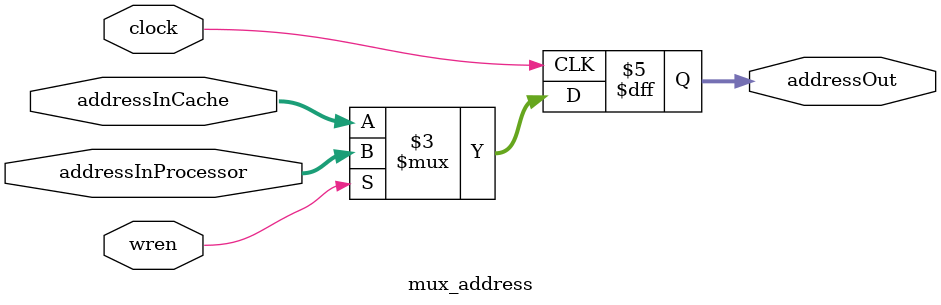
<source format=v>
module mux_address(clock, addressInCache, addressInProcessor, wren, addressOut);
	input wire clock;
	input wire wren;
	input wire [4:0] addressInCache;
	input wire [4:0] addressInProcessor;
	
	output reg [4:0] addressOut;

	always @(posedge clock) begin
		if(wren) begin
			addressOut <= addressInProcessor;
		end else begin 
			addressOut <= addressInCache;
		end
	end

endmodule

</source>
